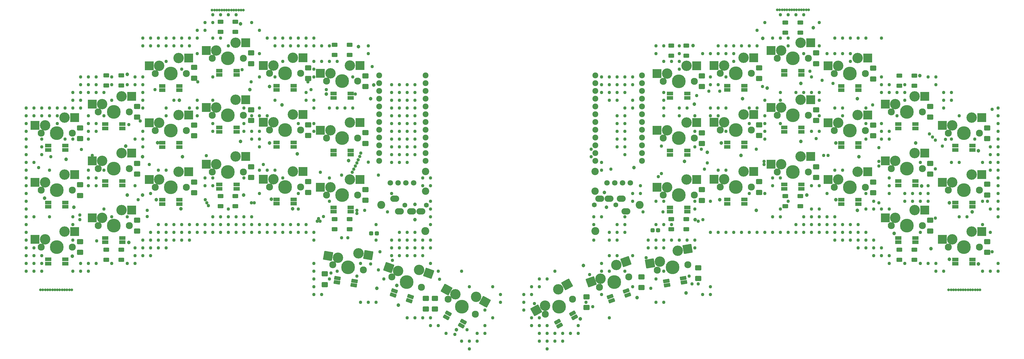
<source format=gbs>
G04 #@! TF.GenerationSoftware,KiCad,Pcbnew,8.0.1*
G04 #@! TF.CreationDate,2024-05-18T22:20:22+02:00*
G04 #@! TF.ProjectId,cornia,636f726e-6961-42e6-9b69-6361645f7063,3.0.1*
G04 #@! TF.SameCoordinates,Original*
G04 #@! TF.FileFunction,Soldermask,Bot*
G04 #@! TF.FilePolarity,Negative*
%FSLAX46Y46*%
G04 Gerber Fmt 4.6, Leading zero omitted, Abs format (unit mm)*
G04 Created by KiCad (PCBNEW 8.0.1) date 2024-05-18 22:20:22*
%MOMM*%
%LPD*%
G01*
G04 APERTURE LIST*
G04 Aperture macros list*
%AMRoundRect*
0 Rectangle with rounded corners*
0 $1 Rounding radius*
0 $2 $3 $4 $5 $6 $7 $8 $9 X,Y pos of 4 corners*
0 Add a 4 corners polygon primitive as box body*
4,1,4,$2,$3,$4,$5,$6,$7,$8,$9,$2,$3,0*
0 Add four circle primitives for the rounded corners*
1,1,$1+$1,$2,$3*
1,1,$1+$1,$4,$5*
1,1,$1+$1,$6,$7*
1,1,$1+$1,$8,$9*
0 Add four rect primitives between the rounded corners*
20,1,$1+$1,$2,$3,$4,$5,0*
20,1,$1+$1,$4,$5,$6,$7,0*
20,1,$1+$1,$6,$7,$8,$9,0*
20,1,$1+$1,$8,$9,$2,$3,0*%
G04 Aperture macros list end*
%ADD10C,1.600000*%
%ADD11O,2.900000X2.100000*%
%ADD12C,1.800000*%
%ADD13C,2.400000*%
%ADD14C,2.600000*%
%ADD15C,1.924000*%
%ADD16C,0.900000*%
%ADD17RoundRect,0.326923X0.723077X-0.523077X0.723077X0.523077X-0.723077X0.523077X-0.723077X-0.523077X0*%
%ADD18RoundRect,0.200000X-0.850000X-0.412500X0.850000X-0.412500X0.850000X0.412500X-0.850000X0.412500X0*%
%ADD19RoundRect,0.200000X-0.943559X0.048508X0.545734X-0.771253X0.943559X-0.048508X-0.545734X0.771253X0*%
%ADD20C,2.300000*%
%ADD21C,3.400000*%
%ADD22C,4.500000*%
%ADD23RoundRect,0.200000X-1.275000X-1.250000X1.275000X-1.250000X1.275000X1.250000X-1.275000X1.250000X0*%
%ADD24RoundRect,0.200000X-1.469688X-1.013973X1.042874X-1.449323X1.469688X1.013973X-1.042874X1.449323X0*%
%ADD25RoundRect,0.200000X-1.616886X-0.757499X0.789365X-1.601571X1.616886X0.757499X-0.789365X1.601571X0*%
%ADD26RoundRect,0.200000X-1.719735X-0.480247X0.514204X-1.709889X1.719735X0.480247X-0.514204X1.709889X0*%
%ADD27RoundRect,0.200000X0.750000X0.450000X-0.750000X0.450000X-0.750000X-0.450000X0.750000X-0.450000X0*%
%ADD28RoundRect,0.200000X-0.767097X-0.551561X0.907945X-0.261327X0.767097X0.551561X-0.907945X0.261327X0*%
%ADD29RoundRect,0.200000X-0.665543X-0.670604X0.938625X-0.107889X0.665543X0.670604X-0.938625X0.107889X0*%
%ADD30RoundRect,0.200000X-0.514204X-1.709889X1.719735X-0.480247X0.514204X1.709889X-1.719735X0.480247X0*%
%ADD31RoundRect,0.200000X-1.042874X-1.449323X1.469688X-1.013973X1.042874X1.449323X-1.469688X1.013973X0*%
%ADD32RoundRect,0.200000X-0.789365X-1.601571X1.616886X-0.757499X0.789365X1.601571X-1.616886X0.757499X0*%
%ADD33RoundRect,0.200000X-0.907945X-0.261327X0.767097X-0.551561X0.907945X0.261327X-0.767097X0.551561X0*%
%ADD34RoundRect,0.200000X-0.938625X-0.107889X0.665543X-0.670604X0.938625X0.107889X-0.665543X0.670604X0*%
%ADD35RoundRect,0.200000X-0.545734X-0.771253X0.943559X0.048508X0.545734X0.771253X-0.943559X-0.048508X0*%
%ADD36RoundRect,0.337500X0.350000X0.337500X-0.350000X0.337500X-0.350000X-0.337500X0.350000X-0.337500X0*%
%ADD37RoundRect,0.337500X-0.350000X-0.337500X0.350000X-0.337500X0.350000X0.337500X-0.350000X0.337500X0*%
%ADD38C,1.100000*%
%ADD39C,1.200000*%
G04 APERTURE END LIST*
D10*
X176786500Y-117541500D03*
X169786500Y-117541500D03*
D11*
X166486500Y-115441500D03*
X174986500Y-119641500D03*
X171986500Y-119641500D03*
X167986500Y-119641500D03*
D12*
X165027500Y-110280000D03*
X167567500Y-110280000D03*
X170107500Y-110280000D03*
X172647500Y-110280000D03*
D13*
X176576500Y-113030500D03*
X176576500Y-106530500D03*
D10*
X231650500Y-117525000D03*
X238650500Y-117525000D03*
D11*
X241950500Y-119625000D03*
X233450500Y-115425000D03*
X236450500Y-115425000D03*
X240450500Y-115425000D03*
D12*
X235797500Y-110280000D03*
X238337500Y-110280000D03*
X240877500Y-110280000D03*
X243417500Y-110280000D03*
D13*
X231917500Y-113027000D03*
X231917500Y-106527000D03*
D14*
X162021500Y-117503500D03*
X176453500Y-126024500D03*
D15*
X176575900Y-75191500D03*
X176575900Y-77731500D03*
X176575900Y-80271500D03*
X176575900Y-82811500D03*
X176575900Y-85351500D03*
X176575900Y-87891500D03*
X176575900Y-90431500D03*
X176575900Y-92971500D03*
X176575900Y-95511500D03*
X176575900Y-98051500D03*
X176575900Y-100591500D03*
X176575900Y-103131500D03*
X161355900Y-103131500D03*
X161355900Y-100591500D03*
X161355900Y-98051500D03*
X161355900Y-95511500D03*
X161355900Y-92971500D03*
X161355900Y-90431500D03*
X161355900Y-87891500D03*
X161355900Y-85351500D03*
X161355900Y-82811500D03*
X161355900Y-80271500D03*
X161355900Y-77731500D03*
X161355900Y-75191500D03*
X247211900Y-75167000D03*
X247211900Y-77707000D03*
X247211900Y-80247000D03*
X247211900Y-82787000D03*
X247211900Y-85327000D03*
X247211900Y-87867000D03*
X247211900Y-90407000D03*
X247211900Y-92947000D03*
X247211900Y-95487000D03*
X247211900Y-98027000D03*
X247211900Y-100567000D03*
X247211900Y-103107000D03*
X231991900Y-103107000D03*
X231991900Y-100567000D03*
X231991900Y-98027000D03*
X231991900Y-95487000D03*
X231991900Y-92947000D03*
X231991900Y-90407000D03*
X231991900Y-87867000D03*
X231991900Y-85327000D03*
X231991900Y-82787000D03*
X231991900Y-80247000D03*
X231991900Y-77707000D03*
X231991900Y-75167000D03*
D16*
X56225395Y-145272895D03*
X57017062Y-145272895D03*
X57808728Y-145272895D03*
X58600395Y-145272895D03*
X59392062Y-145272895D03*
X60183728Y-145272895D03*
X60975395Y-145272895D03*
X112307500Y-53780000D03*
X113099167Y-53780000D03*
X113890833Y-53780000D03*
X114682500Y-53780000D03*
X115474167Y-53780000D03*
X116265833Y-53780000D03*
X117057500Y-53780000D03*
X291417062Y-53772895D03*
X292208729Y-53772895D03*
X293000395Y-53772895D03*
X293792062Y-53772895D03*
X294583729Y-53772895D03*
X295375395Y-53772895D03*
X296167062Y-53772895D03*
X347417062Y-145272895D03*
X348208729Y-145272895D03*
X349000395Y-145272895D03*
X349792062Y-145272895D03*
X350583729Y-145272895D03*
X351375395Y-145272895D03*
X352167062Y-145272895D03*
X352925395Y-145272895D03*
X353717062Y-145272895D03*
X354508728Y-145272895D03*
X355300395Y-145272895D03*
X356092062Y-145272895D03*
X356883728Y-145272895D03*
X357675395Y-145272895D03*
X296925395Y-53772895D03*
X297717062Y-53772895D03*
X298508728Y-53772895D03*
X299300395Y-53772895D03*
X300092062Y-53772895D03*
X300883728Y-53772895D03*
X301675395Y-53772895D03*
X106799167Y-53780000D03*
X107590834Y-53780000D03*
X108382500Y-53780000D03*
X109174167Y-53780000D03*
X109965834Y-53780000D03*
X110757500Y-53780000D03*
X111549167Y-53780000D03*
X50717062Y-145272895D03*
X51508729Y-145272895D03*
X52300395Y-145272895D03*
X53092062Y-145272895D03*
X53883729Y-145272895D03*
X54675395Y-145272895D03*
X55467062Y-145272895D03*
D17*
X63686500Y-95801375D03*
X63686500Y-92301375D03*
X82326500Y-88804500D03*
X82326500Y-85304500D03*
X100939500Y-76054500D03*
X100939500Y-72554500D03*
X119579500Y-71304500D03*
X119579500Y-67804500D03*
X138219500Y-76204500D03*
X138219500Y-72704500D03*
X156859500Y-78804500D03*
X156859500Y-75304500D03*
X63686500Y-114401375D03*
X63686500Y-110901375D03*
X82326500Y-107404500D03*
X82326500Y-103904500D03*
X100939500Y-94904500D03*
X100939500Y-91404500D03*
X119579500Y-89904500D03*
X119579500Y-86404500D03*
X138219500Y-94804500D03*
X138219500Y-91304500D03*
X156859500Y-97404500D03*
X156859500Y-93904500D03*
X63686500Y-133001375D03*
X63686500Y-129501375D03*
X82326500Y-126004500D03*
X82326500Y-122504500D03*
X100939500Y-113504500D03*
X100939500Y-110004500D03*
X119579500Y-108504500D03*
X119579500Y-105004500D03*
X138219500Y-113404500D03*
X138219500Y-109904500D03*
X156859500Y-116004500D03*
X156859500Y-112504500D03*
X143607500Y-143530000D03*
X143607500Y-140030000D03*
X176607500Y-151530000D03*
X176607500Y-148030000D03*
X179607500Y-151530000D03*
X179607500Y-148030000D03*
D18*
X58859500Y-99504500D03*
X58859500Y-98104500D03*
X53259500Y-98104500D03*
X53259500Y-99504500D03*
X77499500Y-92504500D03*
X77499500Y-91104500D03*
X71899500Y-91104500D03*
X71899500Y-92504500D03*
X96139500Y-80004500D03*
X96139500Y-78604500D03*
X90539500Y-78604500D03*
X90539500Y-80004500D03*
X114779500Y-75004500D03*
X114779500Y-73604500D03*
X109179500Y-73604500D03*
X109179500Y-75004500D03*
X133419500Y-79904500D03*
X133419500Y-78504500D03*
X127819500Y-78504500D03*
X127819500Y-79904500D03*
X152059500Y-82504500D03*
X152059500Y-81104500D03*
X146459500Y-81104500D03*
X146459500Y-82504500D03*
X58859500Y-118104500D03*
X58859500Y-116704500D03*
X53259500Y-116704500D03*
X53259500Y-118104500D03*
X77499500Y-111104500D03*
X77499500Y-109704500D03*
X71899500Y-109704500D03*
X71899500Y-111104500D03*
X96139500Y-98604500D03*
X96139500Y-97204500D03*
X90539500Y-97204500D03*
X90539500Y-98604500D03*
X114779500Y-93604500D03*
X114779500Y-92204500D03*
X109179500Y-92204500D03*
X109179500Y-93604500D03*
X133419500Y-98504500D03*
X133419500Y-97104500D03*
X127819500Y-97104500D03*
X127819500Y-98504500D03*
X152059500Y-101104500D03*
X152059500Y-99704500D03*
X146459500Y-99704500D03*
X146459500Y-101104500D03*
X58859500Y-136704500D03*
X58859500Y-135304500D03*
X53259500Y-135304500D03*
X53259500Y-136704500D03*
X77499500Y-129704500D03*
X77499500Y-128304500D03*
X71899500Y-128304500D03*
X71899500Y-129704500D03*
X96139500Y-117204500D03*
X96139500Y-115804500D03*
X90539500Y-115804500D03*
X90539500Y-117204500D03*
X114779500Y-112204500D03*
X114779500Y-110804500D03*
X109179500Y-110804500D03*
X109179500Y-112204500D03*
X152059500Y-119704500D03*
X152059500Y-118304500D03*
X146459500Y-118304500D03*
X146459500Y-119704500D03*
D19*
X188191660Y-156902682D03*
X188866758Y-155676205D03*
X183960854Y-152975816D03*
X183285756Y-154202293D03*
D20*
X79779500Y-87054500D03*
D21*
X77239500Y-81974500D03*
D22*
X74699500Y-87054500D03*
D21*
X70889500Y-84514500D03*
D20*
X69619500Y-87054500D03*
D23*
X67614500Y-84514500D03*
X80541500Y-81974500D03*
D20*
X98419500Y-74554500D03*
D21*
X95879500Y-69474500D03*
D22*
X93339500Y-74554500D03*
D21*
X89529500Y-72014500D03*
D20*
X88259500Y-74554500D03*
D23*
X86254500Y-72014500D03*
X99181500Y-69474500D03*
D20*
X117059500Y-69554500D03*
D21*
X114519500Y-64474500D03*
D22*
X111979500Y-69554500D03*
D21*
X108169500Y-67014500D03*
D20*
X106899500Y-69554500D03*
D23*
X104894500Y-67014500D03*
X117821500Y-64474500D03*
D20*
X135699500Y-74454500D03*
D21*
X133159500Y-69374500D03*
D22*
X130619500Y-74454500D03*
D21*
X126809500Y-71914500D03*
D20*
X125539500Y-74454500D03*
D23*
X123534500Y-71914500D03*
X136461500Y-69374500D03*
D20*
X61139500Y-112654500D03*
D21*
X58599500Y-107574500D03*
D22*
X56059500Y-112654500D03*
D21*
X52249500Y-110114500D03*
D20*
X50979500Y-112654500D03*
D23*
X48974500Y-110114500D03*
X61901500Y-107574500D03*
D20*
X79779500Y-105654500D03*
D21*
X77239500Y-100574500D03*
D22*
X74699500Y-105654500D03*
D21*
X70889500Y-103114500D03*
D20*
X69619500Y-105654500D03*
D23*
X67614500Y-103114500D03*
X80541500Y-100574500D03*
D20*
X98419500Y-93154500D03*
D21*
X95879500Y-88074500D03*
D22*
X93339500Y-93154500D03*
D21*
X89529500Y-90614500D03*
D20*
X88259500Y-93154500D03*
D23*
X86254500Y-90614500D03*
X99181500Y-88074500D03*
D20*
X117059500Y-88154500D03*
D21*
X114519500Y-83074500D03*
D22*
X111979500Y-88154500D03*
D21*
X108169500Y-85614500D03*
D20*
X106899500Y-88154500D03*
D23*
X104894500Y-85614500D03*
X117821500Y-83074500D03*
D20*
X135699500Y-93054500D03*
D21*
X133159500Y-87974500D03*
D22*
X130619500Y-93054500D03*
D21*
X126809500Y-90514500D03*
D20*
X125539500Y-93054500D03*
D23*
X123534500Y-90514500D03*
X136461500Y-87974500D03*
D20*
X154339500Y-95654500D03*
D21*
X151799500Y-90574500D03*
D22*
X149259500Y-95654500D03*
D21*
X145449500Y-93114500D03*
D20*
X144179500Y-95654500D03*
D23*
X142174500Y-93114500D03*
X155101500Y-90574500D03*
D20*
X61139500Y-131254500D03*
D21*
X58599500Y-126174500D03*
D22*
X56059500Y-131254500D03*
D21*
X52249500Y-128714500D03*
D20*
X50979500Y-131254500D03*
D23*
X48974500Y-128714500D03*
X61901500Y-126174500D03*
D20*
X79779500Y-124254500D03*
D21*
X77239500Y-119174500D03*
D22*
X74699500Y-124254500D03*
D21*
X70889500Y-121714500D03*
D20*
X69619500Y-124254500D03*
D23*
X67614500Y-121714500D03*
X80541500Y-119174500D03*
D20*
X98419500Y-111754500D03*
D21*
X95879500Y-106674500D03*
D22*
X93339500Y-111754500D03*
D21*
X89529500Y-109214500D03*
D20*
X88259500Y-111754500D03*
D23*
X86254500Y-109214500D03*
X99181500Y-106674500D03*
D20*
X117059500Y-106754500D03*
D21*
X114519500Y-101674500D03*
D22*
X111979500Y-106754500D03*
D21*
X108169500Y-104214500D03*
D20*
X106899500Y-106754500D03*
D23*
X104894500Y-104214500D03*
X117821500Y-101674500D03*
D20*
X135699500Y-111654500D03*
D21*
X133159500Y-106574500D03*
D22*
X130619500Y-111654500D03*
D21*
X126809500Y-109114500D03*
D20*
X125539500Y-111654500D03*
D23*
X123534500Y-109114500D03*
X136461500Y-106574500D03*
D20*
X154339500Y-114254500D03*
D21*
X151799500Y-109174500D03*
D22*
X149259500Y-114254500D03*
D21*
X145449500Y-111714500D03*
D20*
X144179500Y-114254500D03*
D23*
X142174500Y-111714500D03*
X155101500Y-109174500D03*
D20*
X156235298Y-138781285D03*
D21*
X154599874Y-133342224D03*
D22*
X151229879Y-137914000D03*
D21*
X147909458Y-134760827D03*
D20*
X146224460Y-137046715D03*
D24*
X144682539Y-134201701D03*
X157853396Y-133905959D03*
D20*
X175143508Y-144405523D03*
D21*
X174428217Y-138771133D03*
D22*
X170349879Y-142724000D03*
D21*
X167595419Y-139066043D03*
D20*
X165556250Y-141042477D03*
D25*
X164505038Y-137981990D03*
X177544076Y-139864123D03*
D20*
X192809856Y-153223639D03*
D21*
X193034317Y-147548464D03*
D22*
X188359500Y-150774000D03*
D21*
X186246553Y-146711593D03*
D20*
X183909144Y-148324361D03*
D26*
X183377475Y-145132347D03*
X195927049Y-149140729D03*
D27*
X77149500Y-75130000D03*
X77149500Y-78430000D03*
X72249500Y-78430000D03*
X72249500Y-75130000D03*
X114429500Y-57630000D03*
X114429500Y-60930000D03*
X109529500Y-60930000D03*
X109529500Y-57630000D03*
X151709500Y-65130000D03*
X151709500Y-68430000D03*
X146809500Y-68430000D03*
X146809500Y-65130000D03*
X114429500Y-114604500D03*
X114429500Y-117904500D03*
X109529500Y-117904500D03*
X109529500Y-114604500D03*
X151709500Y-122104500D03*
X151709500Y-125404500D03*
X146809500Y-125404500D03*
X146809500Y-122104500D03*
X336230500Y-75280000D03*
X336230500Y-78580000D03*
X331330500Y-78580000D03*
X331330500Y-75280000D03*
X298950500Y-57880000D03*
X298950500Y-61180000D03*
X294050500Y-61180000D03*
X294050500Y-57880000D03*
X261670500Y-65380000D03*
X261670500Y-68680000D03*
X256770500Y-68680000D03*
X256770500Y-65380000D03*
X336230500Y-132130000D03*
X336230500Y-135430000D03*
X331330500Y-135430000D03*
X331330500Y-132130000D03*
X298950500Y-114630000D03*
X298950500Y-117930000D03*
X294050500Y-117930000D03*
X294050500Y-114630000D03*
X261670500Y-122110000D03*
X261670500Y-125410000D03*
X256770500Y-125410000D03*
X256770500Y-122110000D03*
D18*
X299300500Y-93610000D03*
X299300500Y-92210000D03*
X293700500Y-92210000D03*
X293700500Y-93610000D03*
X280660500Y-98510000D03*
X280660500Y-97110000D03*
X275060500Y-97110000D03*
X275060500Y-98510000D03*
X262020500Y-101110000D03*
X262020500Y-99710000D03*
X256420500Y-99710000D03*
X256420500Y-101110000D03*
X355220500Y-136710000D03*
X355220500Y-135310000D03*
X349620500Y-135310000D03*
X349620500Y-136710000D03*
X336580500Y-129710000D03*
X336580500Y-128310000D03*
X330980500Y-128310000D03*
X330980500Y-129710000D03*
X317940500Y-117210000D03*
X317940500Y-115810000D03*
X312340500Y-115810000D03*
X312340500Y-117210000D03*
X299300500Y-112210000D03*
X299300500Y-110810000D03*
X293700500Y-110810000D03*
X293700500Y-112210000D03*
X280660500Y-117110000D03*
X280660500Y-115710000D03*
X275060500Y-115710000D03*
X275060500Y-117110000D03*
X262020500Y-119710000D03*
X262020500Y-118310000D03*
X256420500Y-118310000D03*
X256420500Y-119710000D03*
D28*
X260940199Y-142812132D03*
X260701183Y-141432686D03*
X255183399Y-142388748D03*
X255422415Y-143768194D03*
D29*
X242573045Y-146940861D03*
X242109633Y-145619782D03*
X236825317Y-147473429D03*
X237288729Y-148794508D03*
D20*
X224577356Y-148325611D03*
D21*
X219902539Y-145100074D03*
D22*
X220127000Y-150775250D03*
D21*
X215564413Y-150387301D03*
D20*
X215676644Y-153224889D03*
D30*
X212695336Y-151966547D03*
X222795270Y-143507809D03*
D17*
X341387500Y-88805000D03*
X341387500Y-85305000D03*
X322747500Y-76305000D03*
X322747500Y-72805000D03*
X304107500Y-71305000D03*
X304107500Y-67805000D03*
X266820500Y-78810000D03*
X266820500Y-75310000D03*
X360027500Y-114250000D03*
X360027500Y-110750000D03*
X341387500Y-107405000D03*
X341387500Y-103905000D03*
X322747500Y-94905000D03*
X322747500Y-91405000D03*
X304107500Y-89905000D03*
X304107500Y-86405000D03*
X285467500Y-94805000D03*
X285467500Y-91305000D03*
X266820500Y-97410000D03*
X266820500Y-93910000D03*
X360027500Y-133000000D03*
X360027500Y-129500000D03*
X341387500Y-126005000D03*
X341387500Y-122505000D03*
X322747500Y-113505000D03*
X322747500Y-110005000D03*
X304107500Y-108505000D03*
X304107500Y-105005000D03*
X285467500Y-113405000D03*
X285467500Y-109905000D03*
X266820500Y-116010000D03*
X266820500Y-112510000D03*
X265607500Y-141530000D03*
X265607500Y-138030000D03*
X247107500Y-144530000D03*
X247107500Y-141030000D03*
X229107500Y-151030000D03*
X229107500Y-147530000D03*
X360027500Y-95800000D03*
X360027500Y-92300000D03*
D20*
X301587500Y-106755000D03*
D21*
X299047500Y-101675000D03*
D22*
X296507500Y-106755000D03*
D21*
X292697500Y-104215000D03*
D20*
X291427500Y-106755000D03*
D23*
X289422500Y-104215000D03*
X302349500Y-101675000D03*
D20*
X282947500Y-111655000D03*
D21*
X280407500Y-106575000D03*
D22*
X277867500Y-111655000D03*
D21*
X274057500Y-109115000D03*
D20*
X272787500Y-111655000D03*
D23*
X270782500Y-109115000D03*
X283709500Y-106575000D03*
D20*
X264307500Y-114255000D03*
D21*
X261767500Y-109175000D03*
D22*
X259227500Y-114255000D03*
D21*
X255417500Y-111715000D03*
D20*
X254147500Y-114255000D03*
D23*
X252142500Y-111715000D03*
X265069500Y-109175000D03*
D20*
X262262316Y-137046770D03*
D21*
X258892321Y-132474994D03*
D22*
X257256897Y-137914055D03*
D21*
X253069190Y-136061810D03*
D20*
X252251478Y-138781340D03*
D31*
X249842272Y-136620935D03*
X262145843Y-131911258D03*
D20*
X242930519Y-141043389D03*
D21*
X238852181Y-137090521D03*
D22*
X238136890Y-142724912D03*
D21*
X233700907Y-141589240D03*
D20*
X233343261Y-144406435D03*
D32*
X230610526Y-142673293D03*
X241968040Y-135997531D03*
D20*
X301587500Y-69555000D03*
D21*
X299047500Y-64475000D03*
D22*
X296507500Y-69555000D03*
D21*
X292697500Y-67015000D03*
D20*
X291427500Y-69555000D03*
D23*
X289422500Y-67015000D03*
X302349500Y-64475000D03*
D20*
X282947500Y-74455000D03*
D21*
X280407500Y-69375000D03*
D22*
X277867500Y-74455000D03*
D21*
X274057500Y-71915000D03*
D20*
X272787500Y-74455000D03*
D23*
X270782500Y-71915000D03*
X283709500Y-69375000D03*
D20*
X357507500Y-112655000D03*
D21*
X354967500Y-107575000D03*
D22*
X352427500Y-112655000D03*
D21*
X348617500Y-110115000D03*
D20*
X347347500Y-112655000D03*
D23*
X345342500Y-110115000D03*
X358269500Y-107575000D03*
D20*
X320227500Y-74555000D03*
D21*
X317687500Y-69475000D03*
D22*
X315147500Y-74555000D03*
D21*
X311337500Y-72015000D03*
D20*
X310067500Y-74555000D03*
D23*
X308062500Y-72015000D03*
X320989500Y-69475000D03*
D20*
X338867500Y-105655000D03*
D21*
X336327500Y-100575000D03*
D22*
X333787500Y-105655000D03*
D21*
X329977500Y-103115000D03*
D20*
X328707500Y-105655000D03*
D23*
X326702500Y-103115000D03*
X339629500Y-100575000D03*
D20*
X338867500Y-124255000D03*
D21*
X336327500Y-119175000D03*
D22*
X333787500Y-124255000D03*
D21*
X329977500Y-121715000D03*
D20*
X328707500Y-124255000D03*
D23*
X326702500Y-121715000D03*
X339629500Y-119175000D03*
D20*
X320227500Y-111755000D03*
D21*
X317687500Y-106675000D03*
D22*
X315147500Y-111755000D03*
D21*
X311337500Y-109215000D03*
D20*
X310067500Y-111755000D03*
D23*
X308062500Y-109215000D03*
X320989500Y-106675000D03*
D20*
X357507500Y-94055000D03*
D21*
X354967500Y-88975000D03*
D22*
X352427500Y-94055000D03*
D21*
X348617500Y-91515000D03*
D20*
X347347500Y-94055000D03*
D23*
X345342500Y-91515000D03*
X358269500Y-88975000D03*
D20*
X338867500Y-87055000D03*
D21*
X336327500Y-81975000D03*
D22*
X333787500Y-87055000D03*
D21*
X329977500Y-84515000D03*
D20*
X328707500Y-87055000D03*
D23*
X326702500Y-84515000D03*
X339629500Y-81975000D03*
D20*
X320227500Y-93155000D03*
D21*
X317687500Y-88075000D03*
D22*
X315147500Y-93155000D03*
D21*
X311337500Y-90615000D03*
D20*
X310067500Y-93155000D03*
D23*
X308062500Y-90615000D03*
X320989500Y-88075000D03*
D20*
X301587500Y-88155000D03*
D21*
X299047500Y-83075000D03*
D22*
X296507500Y-88155000D03*
D21*
X292697500Y-85615000D03*
D20*
X291427500Y-88155000D03*
D23*
X289422500Y-85615000D03*
X302349500Y-83075000D03*
D20*
X282947500Y-93055000D03*
D21*
X280407500Y-87975000D03*
D22*
X277867500Y-93055000D03*
D21*
X274057500Y-90515000D03*
D20*
X272787500Y-93055000D03*
D23*
X270782500Y-90515000D03*
X283709500Y-87975000D03*
D20*
X264307500Y-95655000D03*
D21*
X261767500Y-90575000D03*
D22*
X259227500Y-95655000D03*
D21*
X255417500Y-93115000D03*
D20*
X254147500Y-95655000D03*
D23*
X252142500Y-93115000D03*
X265069500Y-90575000D03*
D20*
X357507500Y-131255000D03*
D21*
X354967500Y-126175000D03*
D22*
X352427500Y-131255000D03*
D21*
X348617500Y-128715000D03*
D20*
X347347500Y-131255000D03*
D23*
X345342500Y-128715000D03*
X358269500Y-126175000D03*
D17*
X285467500Y-76205000D03*
X285467500Y-72705000D03*
D20*
X61139500Y-94054500D03*
D21*
X58599500Y-88974500D03*
D22*
X56059500Y-94054500D03*
D21*
X52249500Y-91514500D03*
D20*
X50979500Y-94054500D03*
D23*
X48974500Y-91514500D03*
X61901500Y-88974500D03*
D33*
X153058317Y-143762018D03*
X153297333Y-142382572D03*
X147779549Y-141426510D03*
X147540533Y-142805956D03*
D34*
X171198041Y-148793595D03*
X171661453Y-147472516D03*
X166377137Y-145618869D03*
X165913725Y-146939948D03*
D27*
X77149500Y-132130000D03*
X77149500Y-135430000D03*
X72249500Y-135430000D03*
X72249500Y-132130000D03*
D18*
X133419500Y-117104500D03*
X133419500Y-115704500D03*
X127819500Y-115704500D03*
X127819500Y-117104500D03*
X355220500Y-99510000D03*
X355220500Y-98110000D03*
X349620500Y-98110000D03*
X349620500Y-99510000D03*
X336580500Y-92510000D03*
X336580500Y-91110000D03*
X330980500Y-91110000D03*
X330980500Y-92510000D03*
X317940500Y-80010000D03*
X317940500Y-78610000D03*
X312340500Y-78610000D03*
X312340500Y-80010000D03*
X299300500Y-75010000D03*
X299300500Y-73610000D03*
X293700500Y-73610000D03*
X293700500Y-75010000D03*
X280660500Y-79910000D03*
X280660500Y-78510000D03*
X275060500Y-78510000D03*
X275060500Y-79910000D03*
X262020500Y-82510000D03*
X262020500Y-81110000D03*
X256420500Y-81110000D03*
X256420500Y-82510000D03*
X355220500Y-118110000D03*
X355220500Y-116710000D03*
X349620500Y-116710000D03*
X349620500Y-118110000D03*
X336580500Y-111110000D03*
X336580500Y-109710000D03*
X330980500Y-109710000D03*
X330980500Y-111110000D03*
X317940500Y-98610000D03*
X317940500Y-97210000D03*
X312340500Y-97210000D03*
X312340500Y-98610000D03*
D14*
X232031500Y-126040000D03*
X246463500Y-117519000D03*
D20*
X154339500Y-77054500D03*
D21*
X151799500Y-71974500D03*
D22*
X149259500Y-77054500D03*
D21*
X145449500Y-74514500D03*
D20*
X144179500Y-77054500D03*
D23*
X142174500Y-74514500D03*
X155101500Y-71974500D03*
D20*
X264300500Y-77060000D03*
D21*
X261760500Y-71980000D03*
D22*
X259220500Y-77060000D03*
D21*
X255410500Y-74520000D03*
D20*
X254140500Y-77060000D03*
D23*
X252135500Y-74520000D03*
X265062500Y-71980000D03*
D35*
X225200744Y-154203543D03*
X224525646Y-152977066D03*
X219619742Y-155677455D03*
X220294840Y-156903932D03*
D36*
X160607500Y-126780000D03*
X158782500Y-126780000D03*
D37*
X250695000Y-125780000D03*
X252520000Y-125780000D03*
D38*
X363530860Y-139120000D03*
X363530860Y-136580000D03*
X363530860Y-121340000D03*
X363530860Y-118800000D03*
X363530860Y-116260000D03*
X363530860Y-113720000D03*
X363530860Y-111180000D03*
X363530860Y-108640000D03*
X363530860Y-106100000D03*
X363530860Y-103560000D03*
X363530860Y-101020000D03*
X363530860Y-98480000D03*
X363530860Y-95940000D03*
X363530860Y-93400000D03*
X363530860Y-90860000D03*
X363530860Y-88320000D03*
X363530860Y-85780000D03*
X360990860Y-139120000D03*
X360990860Y-126420000D03*
X360990860Y-118800000D03*
X360990860Y-106100000D03*
X360990860Y-103560000D03*
X360990860Y-101020000D03*
X360990860Y-98480000D03*
X358450860Y-139120000D03*
X358450860Y-123880000D03*
X358450860Y-116260000D03*
X358450860Y-103560000D03*
X355910860Y-95940000D03*
X353370860Y-121340000D03*
X350830860Y-121340000D03*
X350830860Y-103560000D03*
X350830860Y-88320000D03*
X348290860Y-103560000D03*
X348290860Y-95940000D03*
X348290860Y-83240000D03*
X348290860Y-80700000D03*
X345750860Y-139120000D03*
X345750860Y-85780000D03*
X345750860Y-83240000D03*
X345750860Y-80700000D03*
X343210860Y-139120000D03*
X343210860Y-136580000D03*
X343210860Y-78160000D03*
X343210860Y-75620000D03*
X340670860Y-136580000D03*
X340670860Y-116260000D03*
X340670860Y-113720000D03*
X340670860Y-111180000D03*
X340670860Y-75620000D03*
X338130860Y-136580000D03*
X338130860Y-126420000D03*
X338130860Y-116260000D03*
X338130860Y-113720000D03*
X338130860Y-103560000D03*
X335590860Y-116260000D03*
X335590860Y-113720000D03*
X333050860Y-136580000D03*
X333050860Y-116260000D03*
X333050860Y-113720000D03*
X333050860Y-83240000D03*
X333050860Y-80700000D03*
X333050860Y-78160000D03*
X330510860Y-88320000D03*
X330510860Y-80700000D03*
X327970860Y-136580000D03*
X327970860Y-134040000D03*
X327970860Y-118800000D03*
X327970860Y-113720000D03*
X327970860Y-111180000D03*
X327970860Y-108640000D03*
X327970860Y-95940000D03*
X327970860Y-93400000D03*
X327970860Y-80700000D03*
X327970860Y-78160000D03*
X325430860Y-134040000D03*
X325430860Y-131500000D03*
X325430860Y-118800000D03*
X325430860Y-95940000D03*
X325430860Y-93400000D03*
X325430860Y-90860000D03*
X325430860Y-80700000D03*
X325430860Y-78160000D03*
X325430860Y-75620000D03*
X325430860Y-62920000D03*
X322890860Y-134040000D03*
X322890860Y-131500000D03*
X322890860Y-128960000D03*
X322890860Y-118800000D03*
X322890860Y-116260000D03*
X320350860Y-131500000D03*
X320350860Y-128960000D03*
X320350860Y-126420000D03*
X320350860Y-118800000D03*
X320350860Y-113720000D03*
X320350860Y-95940000D03*
X320350860Y-90860000D03*
X320350860Y-85780000D03*
X320350860Y-62920000D03*
X317810860Y-131500000D03*
X317810860Y-128960000D03*
X317810860Y-126420000D03*
X317810860Y-123880000D03*
X317810860Y-62920000D03*
X315270860Y-128960000D03*
X315270860Y-126420000D03*
X315270860Y-123880000D03*
X315270860Y-70540000D03*
X315270860Y-68000000D03*
X315270860Y-62920000D03*
X312730860Y-128960000D03*
X312730860Y-126420000D03*
X312730860Y-123880000D03*
X312730860Y-106100000D03*
X312730860Y-88320000D03*
X312730860Y-85780000D03*
X312730860Y-68000000D03*
X312730860Y-62920000D03*
X310190860Y-128960000D03*
X310190860Y-126420000D03*
X310190860Y-123880000D03*
X310190860Y-121340000D03*
X310190860Y-106100000D03*
X310190860Y-85780000D03*
X310190860Y-68000000D03*
X310190860Y-62920000D03*
X307650860Y-126420000D03*
X307650860Y-123880000D03*
X307650860Y-121340000D03*
X307650860Y-113720000D03*
X307650860Y-68000000D03*
X305110860Y-126420000D03*
X305110860Y-123880000D03*
X305110860Y-121340000D03*
X305110860Y-118800000D03*
X305110860Y-111180000D03*
X305110860Y-93400000D03*
X305110860Y-88320000D03*
X305110860Y-83240000D03*
X305110860Y-80700000D03*
X305110860Y-65460000D03*
X305110860Y-57840000D03*
X302570860Y-126420000D03*
X302570860Y-123880000D03*
X302570860Y-121340000D03*
X302570860Y-118800000D03*
X302570860Y-111180000D03*
X302570860Y-93400000D03*
X302570860Y-80700000D03*
X302570860Y-75620000D03*
X300030860Y-126420000D03*
X300030860Y-123880000D03*
X300030860Y-121340000D03*
X300030860Y-80700000D03*
X300030860Y-68000000D03*
X300030860Y-55300000D03*
X297490860Y-126420000D03*
X297490860Y-123880000D03*
X297490860Y-80700000D03*
X297490860Y-55300000D03*
X294950860Y-126420000D03*
X294950860Y-116260000D03*
X294950860Y-65460000D03*
X294950860Y-62920000D03*
X294950860Y-55300000D03*
X292410860Y-126420000D03*
X292410860Y-121340000D03*
X292410860Y-118800000D03*
X292410860Y-108640000D03*
X292410860Y-90860000D03*
X292410860Y-83240000D03*
X292410860Y-80700000D03*
X292410860Y-62920000D03*
X292410860Y-55300000D03*
X289870860Y-126420000D03*
X289870860Y-121340000D03*
X289870860Y-111180000D03*
X289870860Y-108640000D03*
X289870860Y-62920000D03*
X287330860Y-126420000D03*
X287330860Y-113720000D03*
X287330860Y-95940000D03*
X287330860Y-93400000D03*
X287330860Y-90860000D03*
X287330860Y-88320000D03*
X287330860Y-83240000D03*
X287330860Y-57840000D03*
X284790860Y-126420000D03*
X284790860Y-85780000D03*
X284790860Y-65460000D03*
X284790860Y-60380000D03*
X282250860Y-126420000D03*
X282250860Y-113720000D03*
X282250860Y-90860000D03*
X282250860Y-85780000D03*
X282250860Y-65460000D03*
X279710860Y-126420000D03*
X279710860Y-65460000D03*
X277170860Y-126420000D03*
X277170860Y-70540000D03*
X277170860Y-68000000D03*
X277170860Y-65460000D03*
X274630860Y-126420000D03*
X274630860Y-106100000D03*
X274630860Y-93400000D03*
X274630860Y-85780000D03*
X274630860Y-75620000D03*
X274630860Y-68000000D03*
X274630860Y-65460000D03*
X272090860Y-126420000D03*
X272090860Y-106100000D03*
X272090860Y-88320000D03*
X272090860Y-85780000D03*
X272090860Y-78160000D03*
X272090860Y-68000000D03*
X272090860Y-65460000D03*
X269550860Y-146740000D03*
X269550860Y-144200000D03*
X269550860Y-126420000D03*
X269550860Y-116260000D03*
X269550860Y-88320000D03*
X269550860Y-85780000D03*
X269550860Y-78160000D03*
X269550860Y-75620000D03*
X269550860Y-68000000D03*
X267010860Y-146740000D03*
X267010860Y-68000000D03*
X264470860Y-131500000D03*
X264470860Y-128960000D03*
X264470860Y-118800000D03*
X264470860Y-116260000D03*
X264470860Y-98480000D03*
X264470860Y-93400000D03*
X264470860Y-88320000D03*
X261930860Y-128960000D03*
X261930860Y-85780000D03*
X259390860Y-128960000D03*
X259390860Y-88320000D03*
X259390860Y-85780000D03*
X259390860Y-73080000D03*
X259390860Y-70540000D03*
X259390860Y-68000000D03*
X259390860Y-65460000D03*
X256850860Y-128960000D03*
X256850860Y-123880000D03*
X256850860Y-70540000D03*
X254310860Y-149280000D03*
X254310860Y-139120000D03*
X254310860Y-131500000D03*
X254310860Y-128960000D03*
X254310860Y-123880000D03*
X254310860Y-116260000D03*
X254310860Y-88320000D03*
X254310860Y-85780000D03*
X254310860Y-83240000D03*
X254310860Y-80700000D03*
X254310860Y-70540000D03*
X254310860Y-65460000D03*
X251770860Y-149280000D03*
X251770860Y-141660000D03*
X251770860Y-131500000D03*
X251770860Y-128960000D03*
X251770860Y-123880000D03*
X251770860Y-116260000D03*
X251770860Y-68000000D03*
X251770860Y-65460000D03*
X249230860Y-131500000D03*
X249230860Y-128960000D03*
X246690860Y-113720000D03*
X246690860Y-111180000D03*
X244150860Y-144200000D03*
X244150860Y-134040000D03*
X244150860Y-116260000D03*
X244150860Y-113720000D03*
X244150860Y-85780000D03*
X244150860Y-83240000D03*
X244150860Y-78160000D03*
X244150860Y-75620000D03*
X241610860Y-139120000D03*
X241610860Y-126420000D03*
X241610860Y-123880000D03*
X241610860Y-121340000D03*
X241610860Y-101020000D03*
X241610860Y-98480000D03*
X241610860Y-95940000D03*
X241610860Y-93400000D03*
X241610860Y-90860000D03*
X241610860Y-88320000D03*
X241610860Y-85780000D03*
X241610860Y-80700000D03*
X241610860Y-78160000D03*
X241610860Y-75620000D03*
X239070860Y-134040000D03*
X239070860Y-128960000D03*
X239070860Y-126420000D03*
X239070860Y-123880000D03*
X239070860Y-98480000D03*
X239070860Y-95940000D03*
X239070860Y-93400000D03*
X239070860Y-90860000D03*
X239070860Y-88320000D03*
X239070860Y-83240000D03*
X239070860Y-80700000D03*
X239070860Y-78160000D03*
X239070860Y-75620000D03*
X236530860Y-154360000D03*
X236530860Y-139120000D03*
X236530860Y-134040000D03*
X236530860Y-128960000D03*
X236530860Y-126420000D03*
X236530860Y-83240000D03*
X236530860Y-80700000D03*
X236530860Y-78160000D03*
X236530860Y-75620000D03*
X233990860Y-146740000D03*
X233990860Y-139120000D03*
X233990860Y-136580000D03*
X233990860Y-121340000D03*
X233990860Y-106100000D03*
X233990860Y-103560000D03*
X233990860Y-80700000D03*
X233990860Y-78160000D03*
X233990860Y-75620000D03*
X231450860Y-128960000D03*
X231450860Y-123880000D03*
X231450860Y-121340000D03*
X228910860Y-149280000D03*
X226370860Y-159440000D03*
X226370860Y-156900000D03*
X223830860Y-159440000D03*
X221290860Y-161980000D03*
X221290860Y-159440000D03*
X218750860Y-161980000D03*
X218750860Y-159440000D03*
X218750860Y-139120000D03*
X216210860Y-164520000D03*
X216210860Y-161980000D03*
X216210860Y-159440000D03*
X216210860Y-156900000D03*
X216210860Y-141660000D03*
X213670860Y-161980000D03*
X213670860Y-159440000D03*
X213670860Y-156900000D03*
X213670860Y-154360000D03*
X213670860Y-144200000D03*
X213670860Y-141660000D03*
X211130860Y-156900000D03*
X211130860Y-154360000D03*
X211130860Y-146740000D03*
X211130860Y-144200000D03*
X208590860Y-151820000D03*
X208590860Y-149280000D03*
X208590860Y-146740000D03*
X200970860Y-149280000D03*
X200970860Y-146740000D03*
X198430860Y-154360000D03*
X198430860Y-144200000D03*
X195890860Y-159440000D03*
X195890860Y-156900000D03*
X195890860Y-151820000D03*
X193350860Y-161980000D03*
X193350860Y-159440000D03*
X190810860Y-164520000D03*
X190810860Y-161980000D03*
X190810860Y-144200000D03*
X188270860Y-161980000D03*
X188270860Y-139120000D03*
X183190860Y-159440000D03*
X180650860Y-156900000D03*
X180650860Y-139120000D03*
X178110860Y-156900000D03*
X178110860Y-154360000D03*
X178110860Y-136580000D03*
X178110860Y-131500000D03*
X178110860Y-128960000D03*
X178110860Y-123880000D03*
X178110860Y-121340000D03*
X178110860Y-118800000D03*
X178110860Y-116260000D03*
X178110860Y-111180000D03*
X178110860Y-108640000D03*
X175570860Y-154360000D03*
X175570860Y-134040000D03*
X175570860Y-131500000D03*
X175570860Y-128960000D03*
X175570860Y-111180000D03*
X175570860Y-108640000D03*
X173030860Y-154360000D03*
X173030860Y-134040000D03*
X173030860Y-131500000D03*
X173030860Y-128960000D03*
X173030860Y-126420000D03*
X173030860Y-101020000D03*
X173030860Y-98480000D03*
X173030860Y-95940000D03*
X173030860Y-93400000D03*
X173030860Y-90860000D03*
X173030860Y-88320000D03*
X173030860Y-85780000D03*
X173030860Y-83240000D03*
X173030860Y-80700000D03*
X173030860Y-78160000D03*
X170490860Y-154360000D03*
X170490860Y-134040000D03*
X170490860Y-131500000D03*
X170490860Y-128960000D03*
X170490860Y-126420000D03*
X170490860Y-103560000D03*
X170490860Y-101020000D03*
X170490860Y-98480000D03*
X170490860Y-95940000D03*
X170490860Y-93400000D03*
X170490860Y-90860000D03*
X170490860Y-88320000D03*
X170490860Y-85780000D03*
X170490860Y-83240000D03*
X170490860Y-80700000D03*
X170490860Y-78160000D03*
X167950860Y-134040000D03*
X167950860Y-131500000D03*
X167950860Y-128960000D03*
X167950860Y-126420000D03*
X167950860Y-103560000D03*
X167950860Y-101020000D03*
X167950860Y-98480000D03*
X167950860Y-95940000D03*
X167950860Y-93400000D03*
X167950860Y-90860000D03*
X167950860Y-88320000D03*
X167950860Y-85780000D03*
X167950860Y-83240000D03*
X167950860Y-80700000D03*
X167950860Y-78160000D03*
X165410860Y-134040000D03*
X165410860Y-131500000D03*
X165410860Y-128960000D03*
X165410860Y-113720000D03*
X165410860Y-103560000D03*
X165410860Y-101020000D03*
X165410860Y-98480000D03*
X165410860Y-95940000D03*
X165410860Y-93400000D03*
X165410860Y-90860000D03*
X165410860Y-88320000D03*
X165410860Y-85780000D03*
X165410860Y-83240000D03*
X165410860Y-80700000D03*
X165410860Y-78160000D03*
X162870860Y-141660000D03*
X160330860Y-149280000D03*
X160330860Y-128960000D03*
X160330860Y-123880000D03*
X157790860Y-149280000D03*
X157790860Y-68000000D03*
X157790860Y-65460000D03*
X155250860Y-149280000D03*
X155250860Y-136580000D03*
X152710860Y-85780000D03*
X152710860Y-75620000D03*
X150170860Y-85780000D03*
X147630860Y-139120000D03*
X147630860Y-85780000D03*
X147630860Y-70540000D03*
X145090860Y-141660000D03*
X145090860Y-116260000D03*
X145090860Y-108640000D03*
X145090860Y-85780000D03*
X145090860Y-70540000D03*
X145090860Y-65460000D03*
X142550860Y-146740000D03*
X142550860Y-70540000D03*
X142550860Y-65460000D03*
X140010860Y-146740000D03*
X140010860Y-144200000D03*
X140010860Y-141660000D03*
X140010860Y-139120000D03*
X140010860Y-136580000D03*
X140010860Y-128960000D03*
X140010860Y-126420000D03*
X140010860Y-93400000D03*
X140010860Y-90860000D03*
X140010860Y-85780000D03*
X140010860Y-83240000D03*
X140010860Y-75620000D03*
X140010860Y-73080000D03*
X140010860Y-70540000D03*
X140010860Y-65460000D03*
X140010860Y-62920000D03*
X137470860Y-126420000D03*
X137470860Y-123880000D03*
X137470860Y-83240000D03*
X137470860Y-80700000D03*
X137470860Y-65460000D03*
X137470860Y-62920000D03*
X134930860Y-126420000D03*
X134930860Y-123880000D03*
X134930860Y-118800000D03*
X134930860Y-113720000D03*
X134930860Y-90860000D03*
X134930860Y-65460000D03*
X134930860Y-62920000D03*
X132390860Y-126420000D03*
X132390860Y-123880000D03*
X132390860Y-65460000D03*
X132390860Y-62920000D03*
X129850860Y-126420000D03*
X129850860Y-123880000D03*
X129850860Y-108640000D03*
X129850860Y-70540000D03*
X129850860Y-65460000D03*
X129850860Y-62920000D03*
X127310860Y-126420000D03*
X127310860Y-123880000D03*
X127310860Y-106100000D03*
X127310860Y-83240000D03*
X127310860Y-75620000D03*
X127310860Y-65460000D03*
X127310860Y-62920000D03*
X124770860Y-126420000D03*
X124770860Y-123880000D03*
X124770860Y-106100000D03*
X124770860Y-88320000D03*
X124770860Y-62920000D03*
X122230860Y-126420000D03*
X122230860Y-123880000D03*
X122230860Y-113720000D03*
X122230860Y-106100000D03*
X122230860Y-98480000D03*
X122230860Y-95940000D03*
X122230860Y-93400000D03*
X122230860Y-88320000D03*
X122230860Y-85780000D03*
X122230860Y-75620000D03*
X122230860Y-68000000D03*
X122230860Y-60380000D03*
X119690860Y-126420000D03*
X119690860Y-123880000D03*
X119690860Y-121340000D03*
X119690860Y-95940000D03*
X119690860Y-93400000D03*
X119690860Y-88320000D03*
X119690860Y-57840000D03*
X117150860Y-126420000D03*
X117150860Y-123880000D03*
X117150860Y-121340000D03*
X117150860Y-108640000D03*
X117150860Y-93400000D03*
X117150860Y-90860000D03*
X117150860Y-85780000D03*
X114610860Y-126420000D03*
X114610860Y-123880000D03*
X114610860Y-121340000D03*
X114610860Y-55300000D03*
X112070860Y-126420000D03*
X112070860Y-123880000D03*
X112070860Y-121340000D03*
X112070860Y-118800000D03*
X112070860Y-65460000D03*
X112070860Y-55300000D03*
X109530860Y-126420000D03*
X109530860Y-123880000D03*
X109530860Y-121340000D03*
X109530860Y-62920000D03*
X109530860Y-55300000D03*
X106990860Y-126420000D03*
X106990860Y-123880000D03*
X106990860Y-121340000D03*
X106990860Y-111180000D03*
X106990860Y-108640000D03*
X106990860Y-93400000D03*
X106990860Y-90860000D03*
X106990860Y-83240000D03*
X106990860Y-75620000D03*
X106990860Y-62920000D03*
X106990860Y-57840000D03*
X106990860Y-55300000D03*
X104450860Y-126420000D03*
X104450860Y-123880000D03*
X104450860Y-111180000D03*
X104450860Y-108640000D03*
X104450860Y-60380000D03*
X104450860Y-57840000D03*
X101910860Y-126420000D03*
X101910860Y-123880000D03*
X101910860Y-88320000D03*
X101910860Y-85780000D03*
X101910860Y-83240000D03*
X101910860Y-68000000D03*
X101910860Y-62920000D03*
X101910860Y-60380000D03*
X99370860Y-128960000D03*
X99370860Y-126420000D03*
X99370860Y-123880000D03*
X99370860Y-85780000D03*
X99370860Y-65460000D03*
X99370860Y-62920000D03*
X96830860Y-128960000D03*
X96830860Y-126420000D03*
X96830860Y-123880000D03*
X96830860Y-73080000D03*
X96830860Y-65460000D03*
X96830860Y-62920000D03*
X94290860Y-128960000D03*
X94290860Y-126420000D03*
X94290860Y-123880000D03*
X94290860Y-83240000D03*
X94290860Y-65460000D03*
X94290860Y-62920000D03*
X91750860Y-131500000D03*
X91750860Y-128960000D03*
X91750860Y-126420000D03*
X91750860Y-123880000D03*
X91750860Y-106100000D03*
X91750860Y-88320000D03*
X91750860Y-85780000D03*
X91750860Y-70540000D03*
X91750860Y-65460000D03*
X91750860Y-62920000D03*
X89210860Y-131500000D03*
X89210860Y-128960000D03*
X89210860Y-126420000D03*
X89210860Y-123880000D03*
X89210860Y-106100000D03*
X89210860Y-65460000D03*
X89210860Y-62920000D03*
X86670860Y-134040000D03*
X86670860Y-131500000D03*
X86670860Y-128960000D03*
X86670860Y-126420000D03*
X86670860Y-113720000D03*
X86670860Y-65460000D03*
X86670860Y-62920000D03*
X84130860Y-134040000D03*
X84130860Y-131500000D03*
X84130860Y-128960000D03*
X84130860Y-98480000D03*
X84130860Y-95940000D03*
X84130860Y-93400000D03*
X84130860Y-85780000D03*
X84130860Y-83240000D03*
X84130860Y-80700000D03*
X84130860Y-78160000D03*
X84130860Y-75620000D03*
X84130860Y-65460000D03*
X84130860Y-62920000D03*
X81590860Y-136580000D03*
X81590860Y-134040000D03*
X81590860Y-131500000D03*
X81590860Y-111180000D03*
X81590860Y-95940000D03*
X81590860Y-78160000D03*
X81590860Y-75620000D03*
X79050860Y-136580000D03*
X79050860Y-121340000D03*
X79050860Y-78160000D03*
X73970860Y-136580000D03*
X73970860Y-121340000D03*
X73970860Y-83240000D03*
X73970860Y-78160000D03*
X73970860Y-75620000D03*
X71430860Y-118800000D03*
X71430860Y-106100000D03*
X71430860Y-88320000D03*
X71430860Y-80700000D03*
X68890860Y-136580000D03*
X68890860Y-111180000D03*
X68890860Y-108640000D03*
X68890860Y-93400000D03*
X68890860Y-90860000D03*
X68890860Y-80700000D03*
X68890860Y-78160000D03*
X68890860Y-75620000D03*
X66350860Y-139120000D03*
X66350860Y-136580000D03*
X66350860Y-111180000D03*
X66350860Y-108640000D03*
X66350860Y-106100000D03*
X66350860Y-95940000D03*
X66350860Y-93400000D03*
X66350860Y-90860000D03*
X66350860Y-88320000D03*
X66350860Y-80700000D03*
X66350860Y-78160000D03*
X66350860Y-75620000D03*
X63810860Y-139120000D03*
X63810860Y-136580000D03*
X63810860Y-85780000D03*
X63810860Y-83240000D03*
X63810860Y-80700000D03*
X63810860Y-78160000D03*
X63810860Y-75620000D03*
X61270860Y-139120000D03*
X61270860Y-128960000D03*
X61270860Y-123880000D03*
X61270860Y-121340000D03*
X61270860Y-95940000D03*
X61270860Y-85780000D03*
X61270860Y-83240000D03*
X61270860Y-80700000D03*
X58730860Y-95940000D03*
X58730860Y-85780000D03*
X56190860Y-90860000D03*
X56190860Y-88320000D03*
X56190860Y-85780000D03*
X53650860Y-121340000D03*
X53650860Y-106100000D03*
X53650860Y-88320000D03*
X53650860Y-85780000D03*
X51110860Y-139120000D03*
X51110860Y-136580000D03*
X51110860Y-134040000D03*
X51110860Y-101020000D03*
X51110860Y-98480000D03*
X51110860Y-95940000D03*
X51110860Y-88320000D03*
X51110860Y-85780000D03*
X48570860Y-139120000D03*
X48570860Y-136580000D03*
X48570860Y-134040000D03*
X48570860Y-131500000D03*
X48570860Y-121340000D03*
X48570860Y-103560000D03*
X48570860Y-88320000D03*
X48570860Y-85780000D03*
X46030860Y-139120000D03*
X46030860Y-136580000D03*
X46030860Y-134040000D03*
X46030860Y-131500000D03*
X46030860Y-128960000D03*
X46030860Y-126420000D03*
X46030860Y-123880000D03*
X46030860Y-121340000D03*
X46030860Y-118800000D03*
X46030860Y-116260000D03*
X46030860Y-113720000D03*
X46030860Y-111180000D03*
X46030860Y-108640000D03*
X46030860Y-106100000D03*
X46030860Y-103560000D03*
X46030860Y-101020000D03*
X46030860Y-98480000D03*
X46030860Y-95940000D03*
X46030860Y-93400000D03*
X46030860Y-90860000D03*
X46030860Y-88320000D03*
X46030860Y-85780000D03*
X64107500Y-99343500D03*
X144107500Y-79780000D03*
X138107500Y-77280000D03*
X102107500Y-77280000D03*
X83357500Y-90030000D03*
X119579500Y-77280000D03*
X120607500Y-116780000D03*
X82607500Y-115780000D03*
X157857500Y-103530000D03*
X143207606Y-121280000D03*
X155386868Y-100559368D03*
X154107500Y-119280000D03*
X104607500Y-115780000D03*
X63607500Y-120780000D03*
X154107500Y-120280000D03*
X85607500Y-119280000D03*
X119607500Y-116780000D03*
X63607500Y-122280000D03*
X105107500Y-116780000D03*
X141607500Y-121966500D03*
X151107500Y-128280000D03*
X156607500Y-119280000D03*
X158607500Y-136780000D03*
X145607500Y-139780000D03*
D39*
X88607500Y-115780000D03*
X89032000Y-97204500D03*
X125607500Y-97280000D03*
X159607500Y-78280000D03*
X125607500Y-78780000D03*
X126149914Y-115640000D03*
X173107500Y-117280000D03*
X52107500Y-115280000D03*
X167107500Y-143780000D03*
X144107500Y-81280000D03*
X173107500Y-122280000D03*
X116107500Y-58280000D03*
X158607500Y-82780000D03*
X151357500Y-103030000D03*
X96107500Y-83280000D03*
X61107500Y-134280000D03*
X133107500Y-118780000D03*
X129607500Y-84780000D03*
X117107500Y-114280000D03*
X154607500Y-65780000D03*
X79107500Y-74780000D03*
X186607500Y-158280000D03*
X119107500Y-79780000D03*
X160607500Y-144780000D03*
X79607500Y-129780000D03*
X84107500Y-101780000D03*
X116107500Y-96780000D03*
X134607500Y-100780000D03*
X84107500Y-114280000D03*
X61607500Y-118280000D03*
X167607500Y-150280000D03*
X78607500Y-98280000D03*
X79107500Y-114280000D03*
X59107500Y-102553000D03*
X97107500Y-101780000D03*
X96607500Y-118780000D03*
D38*
X50107500Y-105280000D03*
X154995732Y-101652072D03*
X67614500Y-101280000D03*
X154558678Y-102731178D03*
X86254500Y-104280000D03*
X154107500Y-103780000D03*
X104944356Y-101407000D03*
X149107500Y-107780000D03*
X149107500Y-128280000D03*
X153607500Y-104780000D03*
X123534500Y-104280000D03*
X165734500Y-135603000D03*
X153107500Y-105780000D03*
X152607500Y-106780000D03*
X142174500Y-106780000D03*
X181107500Y-141780000D03*
X161107500Y-107780000D03*
X159107500Y-72280000D03*
X164107500Y-119780000D03*
X341107500Y-94280000D03*
X306107500Y-76780000D03*
X265107500Y-81780000D03*
X361607500Y-86280000D03*
X286607500Y-78780000D03*
X322607500Y-84780000D03*
X304107500Y-95780000D03*
X266607500Y-99280000D03*
X343107500Y-96280000D03*
X324607500Y-98780000D03*
X360107500Y-116280000D03*
X343107500Y-105710000D03*
X284607500Y-99280000D03*
X324607500Y-116780000D03*
X306607500Y-101280000D03*
X324607500Y-104780000D03*
X287107500Y-104280000D03*
X343107500Y-121780000D03*
X253607500Y-98280000D03*
X253607500Y-107280000D03*
X267607500Y-105780000D03*
X361607500Y-132780000D03*
X265607500Y-143280000D03*
X231107500Y-150780000D03*
X250107500Y-144780000D03*
X237107500Y-105780000D03*
X345342500Y-98280000D03*
X324607500Y-103280000D03*
X308062500Y-101280000D03*
X230607500Y-101780000D03*
X287107500Y-103280000D03*
X248607500Y-134780000D03*
X230607500Y-99280000D03*
X268607500Y-103780000D03*
X230107500Y-140280000D03*
X212107500Y-149780000D03*
X252607500Y-108280000D03*
D39*
X299107500Y-96780000D03*
X317607500Y-82780000D03*
X303207500Y-59580000D03*
X318107500Y-101780000D03*
X227107500Y-154780000D03*
X261107500Y-103280000D03*
X284607500Y-119280000D03*
X261607500Y-146280000D03*
X288107500Y-79280000D03*
X264607500Y-122280000D03*
X286707500Y-63080000D03*
X338607500Y-111280000D03*
X280107500Y-82780000D03*
X338007500Y-75280000D03*
X299107500Y-77780000D03*
X263907500Y-65380000D03*
X228107500Y-137280000D03*
X317607500Y-119280000D03*
X336607500Y-97280000D03*
X279607500Y-101280000D03*
X301107500Y-114280000D03*
X264357500Y-84530000D03*
X244607500Y-105280000D03*
X268607500Y-100280000D03*
X357107500Y-99780000D03*
X341607500Y-131780000D03*
X355107500Y-119780000D03*
X357107500Y-136780000D03*
X245607500Y-147780000D03*
X310607500Y-97280000D03*
X347607500Y-116780000D03*
X273107500Y-97280000D03*
X272607500Y-115780000D03*
X347607500Y-135280000D03*
X329607500Y-126780000D03*
X235607500Y-118280000D03*
X234938935Y-113448565D03*
X310607500Y-115780000D03*
D38*
X54107500Y-101780000D03*
X79607500Y-91280000D03*
X88107500Y-79780000D03*
X116607500Y-73280000D03*
X139107500Y-79780000D03*
X153607500Y-81280000D03*
X69107500Y-129280000D03*
X85607500Y-121280000D03*
X105607500Y-117780000D03*
X154107500Y-140780000D03*
X141107500Y-122780000D03*
X161107500Y-138780000D03*
X142107500Y-122780000D03*
X190107500Y-158280000D03*
X342107500Y-95280000D03*
X346357500Y-96030000D03*
X309607500Y-77780000D03*
X302107500Y-73780000D03*
X272607500Y-80280000D03*
X269107500Y-80280000D03*
X262607500Y-140780000D03*
X267107500Y-122280000D03*
X265607500Y-122780000D03*
X263607500Y-143280000D03*
X254107500Y-119780000D03*
X247607500Y-119780000D03*
X186107500Y-159780000D03*
X161607500Y-132780000D03*
M02*

</source>
